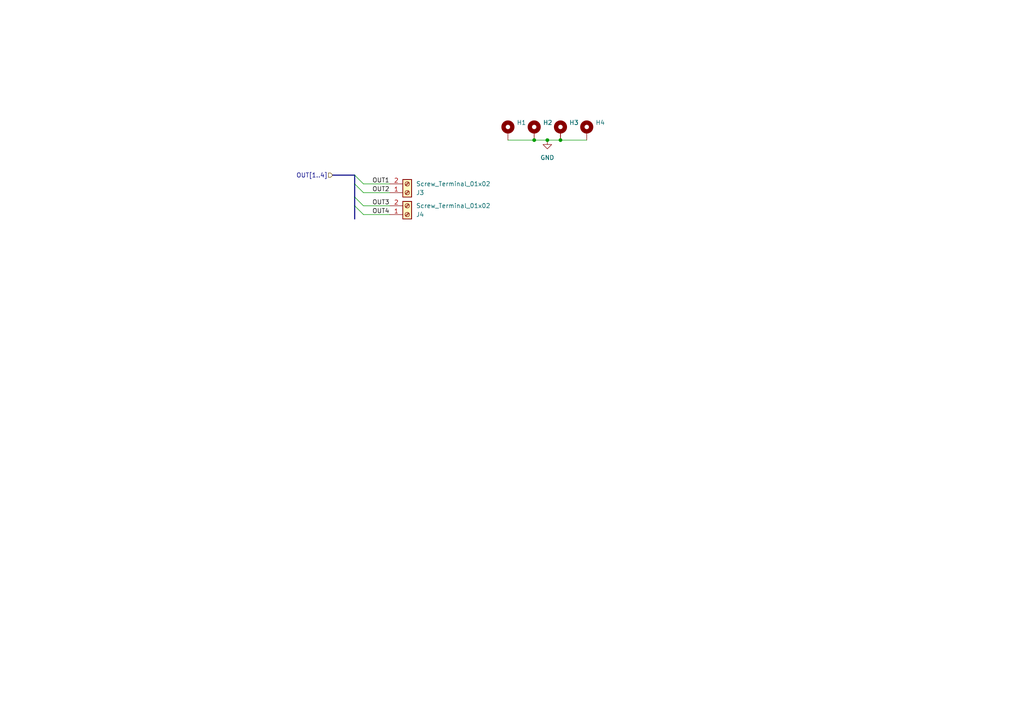
<source format=kicad_sch>
(kicad_sch (version 20231120) (generator "eeschema") (generator_version "8.0")
  (paper "A4")
  (lib_symbols
    (symbol "Connector:Screw_Terminal_01x02" (pin_names (offset 1.016) hide)
      (property "Reference" "J" (at 0 2.54 0))
      (property "Value" "Screw_Terminal_01x02" (at 0 -5.08 0))
      (symbol "Screw_Terminal_01x02_1_1"
        (rectangle (start -1.27 1.27) (end 1.27 -3.81) (stroke (width 0.254)) (fill (type background)))
        (circle (center 0 -2.54) (radius 0.635) (stroke (width 0.1524)))
        (polyline (pts (xy -0.5334 -2.2098) (xy 0.3302 -3.048)) (stroke (width 0.1524)))
        (polyline (pts (xy -0.5334 0.3302) (xy 0.3302 -0.508)) (stroke (width 0.1524)))
        (polyline (pts (xy -0.3556 -2.032) (xy 0.508 -2.8702)) (stroke (width 0.1524)))
        (polyline (pts (xy -0.3556 0.508) (xy 0.508 -0.3302)) (stroke (width 0.1524)))
        (circle (center 0 0) (radius 0.635) (stroke (width 0.1524)))
        (pin passive line (at -5.08 0 0) (length 3.81) (name "Pin_1") (number "1"))
        (pin passive line (at -5.08 -2.54 0) (length 3.81) (name "Pin_2") (number "2"))
      )
    )
    (symbol "Mechanical:MountingHole_Pad" (pin_numbers hide) (pin_names (offset 1.016) hide) (exclude_from_sim yes) (in_bom no)
      (property "Reference" "H" (at 0 6.35 0))
      (property "Value" "MountingHole_Pad" (at 0 4.445 0))
      (symbol "MountingHole_Pad_0_1"
        (circle (center 0 1.27) (radius 1.27) (stroke (width 1.27)))
      )
      (symbol "MountingHole_Pad_1_1"
        (pin input line (at 0 -2.54 90) (length 2.54) (name "1") (number "1"))
      )
    )
    (symbol "power:GND" (power) (pin_numbers hide) (pin_names (offset 0) hide)
      (property "Value" "GND" (at 0 -3.81 0))
      (symbol "GND_0_1"
        (polyline (pts (xy 0 0) (xy 0 -1.27) (xy 1.27 -1.27) (xy 0 -2.54) (xy -1.27 -1.27) (xy 0 -1.27)))
      )
      (symbol "GND_1_1"
        (pin power_in line (at 0 0 270) (length 0) (name "~") (number "1"))
      )
    )
  )
  (junction (at 158.75 40.64))
  (junction (at 162.56 40.64))
  (junction (at 154.94 40.64))
  (bus_entry (at 102.87 59.69) (size 2.54 2.54))
  (bus_entry (at 102.87 53.34) (size 2.54 2.54))
  (bus_entry (at 102.87 50.8) (size 2.54 2.54))
  (bus_entry (at 102.87 57.15) (size 2.54 2.54))
  (wire (pts (xy 105.41 53.34) (xy 113.03 53.34)))
  (wire (pts (xy 105.41 62.23) (xy 113.03 62.23)))
  (bus (pts (xy 102.87 50.8) (xy 102.87 53.34)))
  (wire (pts (xy 158.75 40.64) (xy 162.56 40.64)))
  (wire (pts (xy 162.56 40.64) (xy 170.18 40.64)))
  (bus (pts (xy 102.87 57.15) (xy 102.87 59.69)))
  (wire (pts (xy 105.41 55.88) (xy 113.03 55.88)))
  (bus (pts (xy 102.87 53.34) (xy 102.87 57.15)))
  (wire (pts (xy 147.32 40.64) (xy 154.94 40.64)))
  (wire (pts (xy 154.94 40.64) (xy 158.75 40.64)))
  (bus (pts (xy 102.87 59.69) (xy 102.87 63.5)))
  (bus (pts (xy 96.52 50.8) (xy 102.87 50.8)))
  (wire (pts (xy 105.41 59.69) (xy 113.03 59.69)))
  (label "OUT2" (at 107.95 55.88 0))
  (label "OUT3" (at 107.95 59.69 0))
  (label "OUT4" (at 107.95 62.23 0))
  (label "OUT1" (at 107.95 53.34 0))
  (hierarchical_label "OUT[1..4]" (shape input) (at 96.52 50.8 180))
  (symbol (lib_id "Connector:Screw_Terminal_01x02") (at 118.11 62.23 0) (mirror x) (unit 1)
    (property "Reference" "J4" (at 120.65 62.2301 0) (effects (justify left)))
    (property "Value" "Screw_Terminal_01x02" (at 120.65 59.6901 0) (effects (justify left)))
    (property "Footprint" "easyeda2kicad:CONN-TH_P5.08_KF128-5.08-2P" (effects (hide yes)))
    (property "Description" "Generic screw terminal, single row, 01x02, script generated (kicad-library-utils/schlib/autogen/connector/)" (effects (hide yes)))
    (property "LCSC" "C474952" (effects (hide yes)))
    (property "LCSC Part" "C474952" (effects (hide yes)))
    (property "LCSC Part Number" "C474952" (effects (hide yes)))
  )
  (symbol (lib_id "Mechanical:MountingHole_Pad") (at 162.56 38.1 0) (unit 1) (exclude_from_sim yes) (in_bom no)
    (property "Reference" "H3" (at 165.1 35.5599 0) (effects (justify left)))
    (property "Value" "MountingHole_Pad" (effects (hide yes)))
    (property "Footprint" "MountingHole:MountingHole_3.2mm_M3" (effects (hide yes)))
    (property "Description" "Mounting Hole with connection" (effects (hide yes)))
  )
  (symbol (lib_id "Mechanical:MountingHole_Pad") (at 154.94 38.1 0) (unit 1) (exclude_from_sim yes) (in_bom no)
    (property "Reference" "H2" (at 157.48 35.5599 0) (effects (justify left)))
    (property "Value" "MountingHole_Pad" (effects (hide yes)))
    (property "Footprint" "MountingHole:MountingHole_3.2mm_M3" (effects (hide yes)))
    (property "Description" "Mounting Hole with connection" (effects (hide yes)))
  )
  (symbol (lib_id "Mechanical:MountingHole_Pad") (at 147.32 38.1 0) (unit 1) (exclude_from_sim yes) (in_bom no)
    (property "Reference" "H1" (at 149.86 35.5599 0) (effects (justify left)))
    (property "Value" "MountingHole_Pad" (effects (hide yes)))
    (property "Footprint" "MountingHole:MountingHole_3.2mm_M3" (effects (hide yes)))
    (property "Description" "Mounting Hole with connection" (effects (hide yes)))
  )
  (symbol (lib_id "Mechanical:MountingHole_Pad") (at 170.18 38.1 0) (unit 1) (exclude_from_sim yes) (in_bom no)
    (property "Reference" "H4" (at 172.72 35.5599 0) (effects (justify left)))
    (property "Value" "MountingHole_Pad" (effects (hide yes)))
    (property "Footprint" "MountingHole:MountingHole_3.2mm_M3" (effects (hide yes)))
    (property "Description" "Mounting Hole with connection" (effects (hide yes)))
  )
  (symbol (lib_id "Connector:Screw_Terminal_01x02") (at 118.11 55.88 0) (mirror x) (unit 1)
    (property "Reference" "J3" (at 120.65 55.8801 0) (effects (justify left)))
    (property "Value" "Screw_Terminal_01x02" (at 120.65 53.3401 0) (effects (justify left)))
    (property "Footprint" "easyeda2kicad:CONN-TH_P5.08_KF128-5.08-2P" (effects (hide yes)))
    (property "Description" "Generic screw terminal, single row, 01x02, script generated (kicad-library-utils/schlib/autogen/connector/)" (effects (hide yes)))
    (property "LCSC" "C474952" (effects (hide yes)))
    (property "LCSC Part" "C474952" (effects (hide yes)))
    (property "LCSC Part Number" "C474952" (effects (hide yes)))
  )
  (symbol (lib_id "power:GND") (at 158.75 40.64 0) (unit 1)
    (property "Reference" "#PWR038" (effects (hide yes)))
    (property "Value" "GND" (at 158.75 45.72 0))
    (property "Description" "Power symbol creates a global label with name \"GND\" , ground" (effects (hide yes)))
  )
)
</source>
